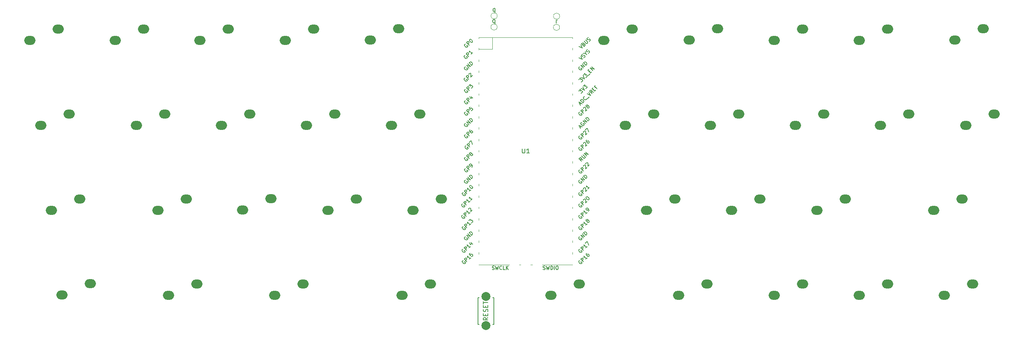
<source format=gbr>
%TF.GenerationSoftware,KiCad,Pcbnew,(6.0.2)*%
%TF.CreationDate,2022-03-06T15:17:29+09:00*%
%TF.ProjectId,presplit_39key,70726573-706c-4697-945f-33396b65792e,rev?*%
%TF.SameCoordinates,Original*%
%TF.FileFunction,Legend,Top*%
%TF.FilePolarity,Positive*%
%FSLAX46Y46*%
G04 Gerber Fmt 4.6, Leading zero omitted, Abs format (unit mm)*
G04 Created by KiCad (PCBNEW (6.0.2)) date 2022-03-06 15:17:29*
%MOMM*%
%LPD*%
G01*
G04 APERTURE LIST*
%ADD10C,0.150000*%
%ADD11C,0.120000*%
%ADD12O,2.500000X2.000000*%
%ADD13C,2.000000*%
G04 APERTURE END LIST*
D10*
%TO.C,*%
%TO.C,U1*%
X139548095Y-53542380D02*
X139548095Y-54351904D01*
X139595714Y-54447142D01*
X139643333Y-54494761D01*
X139738571Y-54542380D01*
X139929047Y-54542380D01*
X140024285Y-54494761D01*
X140071904Y-54447142D01*
X140119523Y-54351904D01*
X140119523Y-53542380D01*
X141119523Y-54542380D02*
X140548095Y-54542380D01*
X140833809Y-54542380D02*
X140833809Y-53542380D01*
X140738571Y-53685238D01*
X140643333Y-53780476D01*
X140548095Y-53828095D01*
X126153722Y-68450592D02*
X126072910Y-68477529D01*
X125992097Y-68558341D01*
X125938223Y-68666091D01*
X125938223Y-68773841D01*
X125965160Y-68854653D01*
X126045972Y-68989340D01*
X126126784Y-69070152D01*
X126261471Y-69150964D01*
X126342284Y-69177902D01*
X126450033Y-69177902D01*
X126557783Y-69124027D01*
X126611658Y-69070152D01*
X126665532Y-68962402D01*
X126665532Y-68908528D01*
X126476971Y-68719966D01*
X126369221Y-68827715D01*
X126961844Y-68719966D02*
X126396158Y-68154280D01*
X126611658Y-67938781D01*
X126692470Y-67911844D01*
X126746345Y-67911844D01*
X126827157Y-67938781D01*
X126907969Y-68019593D01*
X126934906Y-68100406D01*
X126934906Y-68154280D01*
X126907969Y-68235093D01*
X126692470Y-68450592D01*
X127823841Y-67857969D02*
X127500592Y-68181218D01*
X127662216Y-68019593D02*
X127096531Y-67453908D01*
X127123468Y-67588595D01*
X127123468Y-67696345D01*
X127096531Y-67777157D01*
X127527529Y-67130659D02*
X127527529Y-67076784D01*
X127554467Y-66995972D01*
X127689154Y-66861285D01*
X127769966Y-66834348D01*
X127823841Y-66834348D01*
X127904653Y-66861285D01*
X127958528Y-66915160D01*
X128012402Y-67022910D01*
X128012402Y-67669407D01*
X128362589Y-67319221D01*
X152199847Y-40580592D02*
X152550033Y-40230406D01*
X152576971Y-40634467D01*
X152657783Y-40553654D01*
X152738595Y-40526717D01*
X152792470Y-40526717D01*
X152873282Y-40553654D01*
X153007969Y-40688341D01*
X153034906Y-40769154D01*
X153034906Y-40823028D01*
X153007969Y-40903841D01*
X152846345Y-41065465D01*
X152765532Y-41092402D01*
X152711658Y-41092402D01*
X152711658Y-40068781D02*
X153465905Y-40445905D01*
X153088781Y-39691658D01*
X153223468Y-39556971D02*
X153573654Y-39206784D01*
X153600592Y-39610845D01*
X153681404Y-39530033D01*
X153762216Y-39503096D01*
X153816091Y-39503096D01*
X153896903Y-39530033D01*
X154031590Y-39664720D01*
X154058528Y-39745532D01*
X154058528Y-39799407D01*
X154031590Y-39880219D01*
X153869966Y-40041844D01*
X153789154Y-40068781D01*
X153735279Y-40068781D01*
X126153722Y-65910592D02*
X126072910Y-65937529D01*
X125992097Y-66018341D01*
X125938223Y-66126091D01*
X125938223Y-66233841D01*
X125965160Y-66314653D01*
X126045972Y-66449340D01*
X126126784Y-66530152D01*
X126261471Y-66610964D01*
X126342284Y-66637902D01*
X126450033Y-66637902D01*
X126557783Y-66584027D01*
X126611658Y-66530152D01*
X126665532Y-66422402D01*
X126665532Y-66368528D01*
X126476971Y-66179966D01*
X126369221Y-66287715D01*
X126961844Y-66179966D02*
X126396158Y-65614280D01*
X126611658Y-65398781D01*
X126692470Y-65371844D01*
X126746345Y-65371844D01*
X126827157Y-65398781D01*
X126907969Y-65479593D01*
X126934906Y-65560406D01*
X126934906Y-65614280D01*
X126907969Y-65695093D01*
X126692470Y-65910592D01*
X127823841Y-65317969D02*
X127500592Y-65641218D01*
X127662216Y-65479593D02*
X127096531Y-64913908D01*
X127123468Y-65048595D01*
X127123468Y-65156345D01*
X127096531Y-65237157D01*
X128362589Y-64779221D02*
X128039340Y-65102470D01*
X128200964Y-64940845D02*
X127635279Y-64375160D01*
X127662216Y-64509847D01*
X127662216Y-64617597D01*
X127635279Y-64698409D01*
X152407722Y-63380592D02*
X152326910Y-63407529D01*
X152246097Y-63488341D01*
X152192223Y-63596091D01*
X152192223Y-63703841D01*
X152219160Y-63784653D01*
X152299972Y-63919340D01*
X152380784Y-64000152D01*
X152515471Y-64080964D01*
X152596284Y-64107902D01*
X152704033Y-64107902D01*
X152811783Y-64054027D01*
X152865658Y-64000152D01*
X152919532Y-63892402D01*
X152919532Y-63838528D01*
X152730971Y-63649966D01*
X152623221Y-63757715D01*
X153215844Y-63649966D02*
X152650158Y-63084280D01*
X152865658Y-62868781D01*
X152946470Y-62841844D01*
X153000345Y-62841844D01*
X153081157Y-62868781D01*
X153161969Y-62949593D01*
X153188906Y-63030406D01*
X153188906Y-63084280D01*
X153161969Y-63165093D01*
X152946470Y-63380592D01*
X153242781Y-62599407D02*
X153242781Y-62545532D01*
X153269719Y-62464720D01*
X153404406Y-62330033D01*
X153485218Y-62303096D01*
X153539093Y-62303096D01*
X153619905Y-62330033D01*
X153673780Y-62383908D01*
X153727654Y-62491658D01*
X153727654Y-63138155D01*
X154077841Y-62787969D01*
X154616589Y-62249221D02*
X154293340Y-62572470D01*
X154454964Y-62410845D02*
X153889279Y-61845160D01*
X153916216Y-61979847D01*
X153916216Y-62087597D01*
X153889279Y-62168409D01*
X126823096Y-50401218D02*
X126742284Y-50428155D01*
X126661471Y-50508967D01*
X126607597Y-50616717D01*
X126607597Y-50724467D01*
X126634534Y-50805279D01*
X126715346Y-50939966D01*
X126796158Y-51020778D01*
X126930845Y-51101590D01*
X127011658Y-51128528D01*
X127119407Y-51128528D01*
X127227157Y-51074653D01*
X127281032Y-51020778D01*
X127334906Y-50913028D01*
X127334906Y-50859154D01*
X127146345Y-50670592D01*
X127038595Y-50778341D01*
X127631218Y-50670592D02*
X127065532Y-50104906D01*
X127281032Y-49889407D01*
X127361844Y-49862470D01*
X127415719Y-49862470D01*
X127496531Y-49889407D01*
X127577343Y-49970219D01*
X127604280Y-50051032D01*
X127604280Y-50104906D01*
X127577343Y-50185719D01*
X127361844Y-50401218D01*
X127873654Y-49296784D02*
X127765905Y-49404534D01*
X127738967Y-49485346D01*
X127738967Y-49539221D01*
X127765905Y-49673908D01*
X127846717Y-49808595D01*
X128062216Y-50024094D01*
X128143028Y-50051032D01*
X128196903Y-50051032D01*
X128277715Y-50024094D01*
X128385465Y-49916345D01*
X128412402Y-49835532D01*
X128412402Y-49781658D01*
X128385465Y-49700845D01*
X128250778Y-49566158D01*
X128169966Y-49539221D01*
X128116091Y-49539221D01*
X128035279Y-49566158D01*
X127927529Y-49673908D01*
X127900592Y-49754720D01*
X127900592Y-49808595D01*
X127927529Y-49889407D01*
X126823096Y-55481218D02*
X126742284Y-55508155D01*
X126661471Y-55588967D01*
X126607597Y-55696717D01*
X126607597Y-55804467D01*
X126634534Y-55885279D01*
X126715346Y-56019966D01*
X126796158Y-56100778D01*
X126930845Y-56181590D01*
X127011658Y-56208528D01*
X127119407Y-56208528D01*
X127227157Y-56154653D01*
X127281032Y-56100778D01*
X127334906Y-55993028D01*
X127334906Y-55939154D01*
X127146345Y-55750592D01*
X127038595Y-55858341D01*
X127631218Y-55750592D02*
X127065532Y-55184906D01*
X127281032Y-54969407D01*
X127361844Y-54942470D01*
X127415719Y-54942470D01*
X127496531Y-54969407D01*
X127577343Y-55050219D01*
X127604280Y-55131032D01*
X127604280Y-55184906D01*
X127577343Y-55265719D01*
X127361844Y-55481218D01*
X127954467Y-54780845D02*
X127873654Y-54807783D01*
X127819780Y-54807783D01*
X127738967Y-54780845D01*
X127712030Y-54753908D01*
X127685093Y-54673096D01*
X127685093Y-54619221D01*
X127712030Y-54538409D01*
X127819780Y-54430659D01*
X127900592Y-54403722D01*
X127954467Y-54403722D01*
X128035279Y-54430659D01*
X128062216Y-54457597D01*
X128089154Y-54538409D01*
X128089154Y-54592284D01*
X128062216Y-54673096D01*
X127954467Y-54780845D01*
X127927529Y-54861658D01*
X127927529Y-54915532D01*
X127954467Y-54996345D01*
X128062216Y-55104094D01*
X128143028Y-55131032D01*
X128196903Y-55131032D01*
X128277715Y-55104094D01*
X128385465Y-54996345D01*
X128412402Y-54915532D01*
X128412402Y-54861658D01*
X128385465Y-54780845D01*
X128277715Y-54673096D01*
X128196903Y-54646158D01*
X128143028Y-54646158D01*
X128062216Y-54673096D01*
X144214761Y-80613809D02*
X144329047Y-80651904D01*
X144519523Y-80651904D01*
X144595714Y-80613809D01*
X144633809Y-80575714D01*
X144671904Y-80499523D01*
X144671904Y-80423333D01*
X144633809Y-80347142D01*
X144595714Y-80309047D01*
X144519523Y-80270952D01*
X144367142Y-80232857D01*
X144290952Y-80194761D01*
X144252857Y-80156666D01*
X144214761Y-80080476D01*
X144214761Y-80004285D01*
X144252857Y-79928095D01*
X144290952Y-79890000D01*
X144367142Y-79851904D01*
X144557619Y-79851904D01*
X144671904Y-79890000D01*
X144938571Y-79851904D02*
X145129047Y-80651904D01*
X145281428Y-80080476D01*
X145433809Y-80651904D01*
X145624285Y-79851904D01*
X145929047Y-80651904D02*
X145929047Y-79851904D01*
X146119523Y-79851904D01*
X146233809Y-79890000D01*
X146310000Y-79966190D01*
X146348095Y-80042380D01*
X146386190Y-80194761D01*
X146386190Y-80309047D01*
X146348095Y-80461428D01*
X146310000Y-80537619D01*
X146233809Y-80613809D01*
X146119523Y-80651904D01*
X145929047Y-80651904D01*
X146729047Y-80651904D02*
X146729047Y-79851904D01*
X147262380Y-79851904D02*
X147414761Y-79851904D01*
X147490952Y-79890000D01*
X147567142Y-79966190D01*
X147605238Y-80118571D01*
X147605238Y-80385238D01*
X147567142Y-80537619D01*
X147490952Y-80613809D01*
X147414761Y-80651904D01*
X147262380Y-80651904D01*
X147186190Y-80613809D01*
X147110000Y-80537619D01*
X147071904Y-80385238D01*
X147071904Y-80118571D01*
X147110000Y-79966190D01*
X147186190Y-79890000D01*
X147262380Y-79851904D01*
X126723096Y-32611218D02*
X126642284Y-32638155D01*
X126561471Y-32718967D01*
X126507597Y-32826717D01*
X126507597Y-32934467D01*
X126534534Y-33015279D01*
X126615346Y-33149966D01*
X126696158Y-33230778D01*
X126830845Y-33311590D01*
X126911658Y-33338528D01*
X127019407Y-33338528D01*
X127127157Y-33284653D01*
X127181032Y-33230778D01*
X127234906Y-33123028D01*
X127234906Y-33069154D01*
X127046345Y-32880592D01*
X126938595Y-32988341D01*
X127531218Y-32880592D02*
X126965532Y-32314906D01*
X127181032Y-32099407D01*
X127261844Y-32072470D01*
X127315719Y-32072470D01*
X127396531Y-32099407D01*
X127477343Y-32180219D01*
X127504280Y-32261032D01*
X127504280Y-32314906D01*
X127477343Y-32395719D01*
X127261844Y-32611218D01*
X128393215Y-32018595D02*
X128069966Y-32341844D01*
X128231590Y-32180219D02*
X127665905Y-31614534D01*
X127692842Y-31749221D01*
X127692842Y-31856971D01*
X127665905Y-31937783D01*
X126299722Y-70990592D02*
X126218910Y-71017529D01*
X126138097Y-71098341D01*
X126084223Y-71206091D01*
X126084223Y-71313841D01*
X126111160Y-71394653D01*
X126191972Y-71529340D01*
X126272784Y-71610152D01*
X126407471Y-71690964D01*
X126488284Y-71717902D01*
X126596033Y-71717902D01*
X126703783Y-71664027D01*
X126757658Y-71610152D01*
X126811532Y-71502402D01*
X126811532Y-71448528D01*
X126622971Y-71259966D01*
X126515221Y-71367715D01*
X127107844Y-71259966D02*
X126542158Y-70694280D01*
X126757658Y-70478781D01*
X126838470Y-70451844D01*
X126892345Y-70451844D01*
X126973157Y-70478781D01*
X127053969Y-70559593D01*
X127080906Y-70640406D01*
X127080906Y-70694280D01*
X127053969Y-70775093D01*
X126838470Y-70990592D01*
X127969841Y-70397969D02*
X127646592Y-70721218D01*
X127808216Y-70559593D02*
X127242531Y-69993908D01*
X127269468Y-70128595D01*
X127269468Y-70236345D01*
X127242531Y-70317157D01*
X127592717Y-69643722D02*
X127942903Y-69293536D01*
X127969841Y-69697597D01*
X128050653Y-69616784D01*
X128131465Y-69589847D01*
X128185340Y-69589847D01*
X128266152Y-69616784D01*
X128400839Y-69751471D01*
X128427776Y-69832284D01*
X128427776Y-69886158D01*
X128400839Y-69966971D01*
X128239215Y-70128595D01*
X128158402Y-70155532D01*
X128104528Y-70155532D01*
X126796158Y-47888155D02*
X126715346Y-47915093D01*
X126634534Y-47995905D01*
X126580659Y-48103654D01*
X126580659Y-48211404D01*
X126607597Y-48292216D01*
X126688409Y-48426903D01*
X126769221Y-48507715D01*
X126903908Y-48588528D01*
X126984720Y-48615465D01*
X127092470Y-48615465D01*
X127200219Y-48561590D01*
X127254094Y-48507715D01*
X127307969Y-48399966D01*
X127307969Y-48346091D01*
X127119407Y-48157529D01*
X127011658Y-48265279D01*
X127604280Y-48157529D02*
X127038595Y-47591844D01*
X127927529Y-47834280D01*
X127361844Y-47268595D01*
X128196903Y-47564906D02*
X127631218Y-46999221D01*
X127765905Y-46864534D01*
X127873654Y-46810659D01*
X127981404Y-46810659D01*
X128062216Y-46837597D01*
X128196903Y-46918409D01*
X128277715Y-46999221D01*
X128358528Y-47133908D01*
X128385465Y-47214720D01*
X128385465Y-47322470D01*
X128331590Y-47430219D01*
X128196903Y-47564906D01*
X126823096Y-58021218D02*
X126742284Y-58048155D01*
X126661471Y-58128967D01*
X126607597Y-58236717D01*
X126607597Y-58344467D01*
X126634534Y-58425279D01*
X126715346Y-58559966D01*
X126796158Y-58640778D01*
X126930845Y-58721590D01*
X127011658Y-58748528D01*
X127119407Y-58748528D01*
X127227157Y-58694653D01*
X127281032Y-58640778D01*
X127334906Y-58533028D01*
X127334906Y-58479154D01*
X127146345Y-58290592D01*
X127038595Y-58398341D01*
X127631218Y-58290592D02*
X127065532Y-57724906D01*
X127281032Y-57509407D01*
X127361844Y-57482470D01*
X127415719Y-57482470D01*
X127496531Y-57509407D01*
X127577343Y-57590219D01*
X127604280Y-57671032D01*
X127604280Y-57724906D01*
X127577343Y-57805719D01*
X127361844Y-58021218D01*
X128223841Y-57697969D02*
X128331590Y-57590219D01*
X128358528Y-57509407D01*
X128358528Y-57455532D01*
X128331590Y-57320845D01*
X128250778Y-57186158D01*
X128035279Y-56970659D01*
X127954467Y-56943722D01*
X127900592Y-56943722D01*
X127819780Y-56970659D01*
X127712030Y-57078409D01*
X127685093Y-57159221D01*
X127685093Y-57213096D01*
X127712030Y-57293908D01*
X127846717Y-57428595D01*
X127927529Y-57455532D01*
X127981404Y-57455532D01*
X128062216Y-57428595D01*
X128169966Y-57320845D01*
X128196903Y-57240033D01*
X128196903Y-57186158D01*
X128169966Y-57105346D01*
X152396158Y-73288155D02*
X152315346Y-73315093D01*
X152234534Y-73395905D01*
X152180659Y-73503654D01*
X152180659Y-73611404D01*
X152207597Y-73692216D01*
X152288409Y-73826903D01*
X152369221Y-73907715D01*
X152503908Y-73988528D01*
X152584720Y-74015465D01*
X152692470Y-74015465D01*
X152800219Y-73961590D01*
X152854094Y-73907715D01*
X152907969Y-73799966D01*
X152907969Y-73746091D01*
X152719407Y-73557529D01*
X152611658Y-73665279D01*
X153204280Y-73557529D02*
X152638595Y-72991844D01*
X153527529Y-73234280D01*
X152961844Y-72668595D01*
X153796903Y-72964906D02*
X153231218Y-72399221D01*
X153365905Y-72264534D01*
X153473654Y-72210659D01*
X153581404Y-72210659D01*
X153662216Y-72237597D01*
X153796903Y-72318409D01*
X153877715Y-72399221D01*
X153958528Y-72533908D01*
X153985465Y-72614720D01*
X153985465Y-72722470D01*
X153931590Y-72830219D01*
X153796903Y-72964906D01*
X126723096Y-37701218D02*
X126642284Y-37728155D01*
X126561471Y-37808967D01*
X126507597Y-37916717D01*
X126507597Y-38024467D01*
X126534534Y-38105279D01*
X126615346Y-38239966D01*
X126696158Y-38320778D01*
X126830845Y-38401590D01*
X126911658Y-38428528D01*
X127019407Y-38428528D01*
X127127157Y-38374653D01*
X127181032Y-38320778D01*
X127234906Y-38213028D01*
X127234906Y-38159154D01*
X127046345Y-37970592D01*
X126938595Y-38078341D01*
X127531218Y-37970592D02*
X126965532Y-37404906D01*
X127181032Y-37189407D01*
X127261844Y-37162470D01*
X127315719Y-37162470D01*
X127396531Y-37189407D01*
X127477343Y-37270219D01*
X127504280Y-37351032D01*
X127504280Y-37404906D01*
X127477343Y-37485719D01*
X127261844Y-37701218D01*
X127558155Y-36920033D02*
X127558155Y-36866158D01*
X127585093Y-36785346D01*
X127719780Y-36650659D01*
X127800592Y-36623722D01*
X127854467Y-36623722D01*
X127935279Y-36650659D01*
X127989154Y-36704534D01*
X128043028Y-36812284D01*
X128043028Y-37458781D01*
X128393215Y-37108595D01*
X126299722Y-63370592D02*
X126218910Y-63397529D01*
X126138097Y-63478341D01*
X126084223Y-63586091D01*
X126084223Y-63693841D01*
X126111160Y-63774653D01*
X126191972Y-63909340D01*
X126272784Y-63990152D01*
X126407471Y-64070964D01*
X126488284Y-64097902D01*
X126596033Y-64097902D01*
X126703783Y-64044027D01*
X126757658Y-63990152D01*
X126811532Y-63882402D01*
X126811532Y-63828528D01*
X126622971Y-63639966D01*
X126515221Y-63747715D01*
X127107844Y-63639966D02*
X126542158Y-63074280D01*
X126757658Y-62858781D01*
X126838470Y-62831844D01*
X126892345Y-62831844D01*
X126973157Y-62858781D01*
X127053969Y-62939593D01*
X127080906Y-63020406D01*
X127080906Y-63074280D01*
X127053969Y-63155093D01*
X126838470Y-63370592D01*
X127969841Y-62777969D02*
X127646592Y-63101218D01*
X127808216Y-62939593D02*
X127242531Y-62373908D01*
X127269468Y-62508595D01*
X127269468Y-62616345D01*
X127242531Y-62697157D01*
X127754341Y-61862097D02*
X127808216Y-61808223D01*
X127889028Y-61781285D01*
X127942903Y-61781285D01*
X128023715Y-61808223D01*
X128158402Y-61889035D01*
X128293089Y-62023722D01*
X128373902Y-62158409D01*
X128400839Y-62239221D01*
X128400839Y-62293096D01*
X128373902Y-62373908D01*
X128320027Y-62427783D01*
X128239215Y-62454720D01*
X128185340Y-62454720D01*
X128104528Y-62427783D01*
X127969841Y-62346971D01*
X127835154Y-62212284D01*
X127754341Y-62077597D01*
X127727404Y-61996784D01*
X127727404Y-61942910D01*
X127754341Y-61862097D01*
X126923096Y-52911218D02*
X126842284Y-52938155D01*
X126761471Y-53018967D01*
X126707597Y-53126717D01*
X126707597Y-53234467D01*
X126734534Y-53315279D01*
X126815346Y-53449966D01*
X126896158Y-53530778D01*
X127030845Y-53611590D01*
X127111658Y-53638528D01*
X127219407Y-53638528D01*
X127327157Y-53584653D01*
X127381032Y-53530778D01*
X127434906Y-53423028D01*
X127434906Y-53369154D01*
X127246345Y-53180592D01*
X127138595Y-53288341D01*
X127731218Y-53180592D02*
X127165532Y-52614906D01*
X127381032Y-52399407D01*
X127461844Y-52372470D01*
X127515719Y-52372470D01*
X127596531Y-52399407D01*
X127677343Y-52480219D01*
X127704280Y-52561032D01*
X127704280Y-52614906D01*
X127677343Y-52695719D01*
X127461844Y-52911218D01*
X127677343Y-52103096D02*
X128054467Y-51725972D01*
X128377715Y-52534094D01*
X152407722Y-58290592D02*
X152326910Y-58317529D01*
X152246097Y-58398341D01*
X152192223Y-58506091D01*
X152192223Y-58613841D01*
X152219160Y-58694653D01*
X152299972Y-58829340D01*
X152380784Y-58910152D01*
X152515471Y-58990964D01*
X152596284Y-59017902D01*
X152704033Y-59017902D01*
X152811783Y-58964027D01*
X152865658Y-58910152D01*
X152919532Y-58802402D01*
X152919532Y-58748528D01*
X152730971Y-58559966D01*
X152623221Y-58667715D01*
X153215844Y-58559966D02*
X152650158Y-57994280D01*
X152865658Y-57778781D01*
X152946470Y-57751844D01*
X153000345Y-57751844D01*
X153081157Y-57778781D01*
X153161969Y-57859593D01*
X153188906Y-57940406D01*
X153188906Y-57994280D01*
X153161969Y-58075093D01*
X152946470Y-58290592D01*
X153242781Y-57509407D02*
X153242781Y-57455532D01*
X153269719Y-57374720D01*
X153404406Y-57240033D01*
X153485218Y-57213096D01*
X153539093Y-57213096D01*
X153619905Y-57240033D01*
X153673780Y-57293908D01*
X153727654Y-57401658D01*
X153727654Y-58048155D01*
X154077841Y-57697969D01*
X153781529Y-56970659D02*
X153781529Y-56916784D01*
X153808467Y-56835972D01*
X153943154Y-56701285D01*
X154023966Y-56674348D01*
X154077841Y-56674348D01*
X154158653Y-56701285D01*
X154212528Y-56755160D01*
X154266402Y-56862910D01*
X154266402Y-57509407D01*
X154616589Y-57159221D01*
X152396158Y-60588155D02*
X152315346Y-60615093D01*
X152234534Y-60695905D01*
X152180659Y-60803654D01*
X152180659Y-60911404D01*
X152207597Y-60992216D01*
X152288409Y-61126903D01*
X152369221Y-61207715D01*
X152503908Y-61288528D01*
X152584720Y-61315465D01*
X152692470Y-61315465D01*
X152800219Y-61261590D01*
X152854094Y-61207715D01*
X152907969Y-61099966D01*
X152907969Y-61046091D01*
X152719407Y-60857529D01*
X152611658Y-60965279D01*
X153204280Y-60857529D02*
X152638595Y-60291844D01*
X153527529Y-60534280D01*
X152961844Y-59968595D01*
X153796903Y-60264906D02*
X153231218Y-59699221D01*
X153365905Y-59564534D01*
X153473654Y-59510659D01*
X153581404Y-59510659D01*
X153662216Y-59537597D01*
X153796903Y-59618409D01*
X153877715Y-59699221D01*
X153958528Y-59833908D01*
X153985465Y-59914720D01*
X153985465Y-60022470D01*
X153931590Y-60130219D01*
X153796903Y-60264906D01*
X126253722Y-76070592D02*
X126172910Y-76097529D01*
X126092097Y-76178341D01*
X126038223Y-76286091D01*
X126038223Y-76393841D01*
X126065160Y-76474653D01*
X126145972Y-76609340D01*
X126226784Y-76690152D01*
X126361471Y-76770964D01*
X126442284Y-76797902D01*
X126550033Y-76797902D01*
X126657783Y-76744027D01*
X126711658Y-76690152D01*
X126765532Y-76582402D01*
X126765532Y-76528528D01*
X126576971Y-76339966D01*
X126469221Y-76447715D01*
X127061844Y-76339966D02*
X126496158Y-75774280D01*
X126711658Y-75558781D01*
X126792470Y-75531844D01*
X126846345Y-75531844D01*
X126927157Y-75558781D01*
X127007969Y-75639593D01*
X127034906Y-75720406D01*
X127034906Y-75774280D01*
X127007969Y-75855093D01*
X126792470Y-76070592D01*
X127923841Y-75477969D02*
X127600592Y-75801218D01*
X127762216Y-75639593D02*
X127196531Y-75073908D01*
X127223468Y-75208595D01*
X127223468Y-75316345D01*
X127196531Y-75397157D01*
X128031590Y-74615972D02*
X128408714Y-74993096D01*
X127681404Y-74535160D02*
X127950778Y-75073908D01*
X128300964Y-74723722D01*
X126796158Y-60588155D02*
X126715346Y-60615093D01*
X126634534Y-60695905D01*
X126580659Y-60803654D01*
X126580659Y-60911404D01*
X126607597Y-60992216D01*
X126688409Y-61126903D01*
X126769221Y-61207715D01*
X126903908Y-61288528D01*
X126984720Y-61315465D01*
X127092470Y-61315465D01*
X127200219Y-61261590D01*
X127254094Y-61207715D01*
X127307969Y-61099966D01*
X127307969Y-61046091D01*
X127119407Y-60857529D01*
X127011658Y-60965279D01*
X127604280Y-60857529D02*
X127038595Y-60291844D01*
X127927529Y-60534280D01*
X127361844Y-59968595D01*
X128196903Y-60264906D02*
X127631218Y-59699221D01*
X127765905Y-59564534D01*
X127873654Y-59510659D01*
X127981404Y-59510659D01*
X128062216Y-59537597D01*
X128196903Y-59618409D01*
X128277715Y-59699221D01*
X128358528Y-59833908D01*
X128385465Y-59914720D01*
X128385465Y-60022470D01*
X128331590Y-60130219D01*
X128196903Y-60264906D01*
X126796158Y-35188155D02*
X126715346Y-35215093D01*
X126634534Y-35295905D01*
X126580659Y-35403654D01*
X126580659Y-35511404D01*
X126607597Y-35592216D01*
X126688409Y-35726903D01*
X126769221Y-35807715D01*
X126903908Y-35888528D01*
X126984720Y-35915465D01*
X127092470Y-35915465D01*
X127200219Y-35861590D01*
X127254094Y-35807715D01*
X127307969Y-35699966D01*
X127307969Y-35646091D01*
X127119407Y-35457529D01*
X127011658Y-35565279D01*
X127604280Y-35457529D02*
X127038595Y-34891844D01*
X127927529Y-35134280D01*
X127361844Y-34568595D01*
X128196903Y-34864906D02*
X127631218Y-34299221D01*
X127765905Y-34164534D01*
X127873654Y-34110659D01*
X127981404Y-34110659D01*
X128062216Y-34137597D01*
X128196903Y-34218409D01*
X128277715Y-34299221D01*
X128358528Y-34433908D01*
X128385465Y-34514720D01*
X128385465Y-34622470D01*
X128331590Y-34730219D01*
X128196903Y-34864906D01*
X152407722Y-65910592D02*
X152326910Y-65937529D01*
X152246097Y-66018341D01*
X152192223Y-66126091D01*
X152192223Y-66233841D01*
X152219160Y-66314653D01*
X152299972Y-66449340D01*
X152380784Y-66530152D01*
X152515471Y-66610964D01*
X152596284Y-66637902D01*
X152704033Y-66637902D01*
X152811783Y-66584027D01*
X152865658Y-66530152D01*
X152919532Y-66422402D01*
X152919532Y-66368528D01*
X152730971Y-66179966D01*
X152623221Y-66287715D01*
X153215844Y-66179966D02*
X152650158Y-65614280D01*
X152865658Y-65398781D01*
X152946470Y-65371844D01*
X153000345Y-65371844D01*
X153081157Y-65398781D01*
X153161969Y-65479593D01*
X153188906Y-65560406D01*
X153188906Y-65614280D01*
X153161969Y-65695093D01*
X152946470Y-65910592D01*
X153242781Y-65129407D02*
X153242781Y-65075532D01*
X153269719Y-64994720D01*
X153404406Y-64860033D01*
X153485218Y-64833096D01*
X153539093Y-64833096D01*
X153619905Y-64860033D01*
X153673780Y-64913908D01*
X153727654Y-65021658D01*
X153727654Y-65668155D01*
X154077841Y-65317969D01*
X153862341Y-64402097D02*
X153916216Y-64348223D01*
X153997028Y-64321285D01*
X154050903Y-64321285D01*
X154131715Y-64348223D01*
X154266402Y-64429035D01*
X154401089Y-64563722D01*
X154481902Y-64698409D01*
X154508839Y-64779221D01*
X154508839Y-64833096D01*
X154481902Y-64913908D01*
X154428027Y-64967783D01*
X154347215Y-64994720D01*
X154293340Y-64994720D01*
X154212528Y-64967783D01*
X154077841Y-64886971D01*
X153943154Y-64752284D01*
X153862341Y-64617597D01*
X153835404Y-64536784D01*
X153835404Y-64482910D01*
X153862341Y-64402097D01*
X152461597Y-48830964D02*
X152730971Y-48561590D01*
X152569346Y-49046463D02*
X152192223Y-48292216D01*
X152946470Y-48669340D01*
X152892595Y-47645719D02*
X152811783Y-47672656D01*
X152730971Y-47753468D01*
X152677096Y-47861218D01*
X152677096Y-47968967D01*
X152704033Y-48049780D01*
X152784845Y-48184467D01*
X152865658Y-48265279D01*
X153000345Y-48346091D01*
X153081157Y-48373028D01*
X153188906Y-48373028D01*
X153296656Y-48319154D01*
X153350531Y-48265279D01*
X153404406Y-48157529D01*
X153404406Y-48103654D01*
X153215844Y-47915093D01*
X153108094Y-48022842D01*
X153700717Y-47915093D02*
X153135032Y-47349407D01*
X154023966Y-47591844D01*
X153458280Y-47026158D01*
X154293340Y-47322470D02*
X153727654Y-46756784D01*
X153862341Y-46622097D01*
X153970091Y-46568223D01*
X154077841Y-46568223D01*
X154158653Y-46595160D01*
X154293340Y-46675972D01*
X154374152Y-46756784D01*
X154454964Y-46891471D01*
X154481902Y-46972284D01*
X154481902Y-47080033D01*
X154428027Y-47187783D01*
X154293340Y-47322470D01*
X152407722Y-78610592D02*
X152326910Y-78637529D01*
X152246097Y-78718341D01*
X152192223Y-78826091D01*
X152192223Y-78933841D01*
X152219160Y-79014653D01*
X152299972Y-79149340D01*
X152380784Y-79230152D01*
X152515471Y-79310964D01*
X152596284Y-79337902D01*
X152704033Y-79337902D01*
X152811783Y-79284027D01*
X152865658Y-79230152D01*
X152919532Y-79122402D01*
X152919532Y-79068528D01*
X152730971Y-78879966D01*
X152623221Y-78987715D01*
X153215844Y-78879966D02*
X152650158Y-78314280D01*
X152865658Y-78098781D01*
X152946470Y-78071844D01*
X153000345Y-78071844D01*
X153081157Y-78098781D01*
X153161969Y-78179593D01*
X153188906Y-78260406D01*
X153188906Y-78314280D01*
X153161969Y-78395093D01*
X152946470Y-78610592D01*
X154077841Y-78017969D02*
X153754592Y-78341218D01*
X153916216Y-78179593D02*
X153350531Y-77613908D01*
X153377468Y-77748595D01*
X153377468Y-77856345D01*
X153350531Y-77937157D01*
X153997028Y-76967410D02*
X153889279Y-77075160D01*
X153862341Y-77155972D01*
X153862341Y-77209847D01*
X153889279Y-77344534D01*
X153970091Y-77479221D01*
X154185590Y-77694720D01*
X154266402Y-77721658D01*
X154320277Y-77721658D01*
X154401089Y-77694720D01*
X154508839Y-77586971D01*
X154535776Y-77506158D01*
X154535776Y-77452284D01*
X154508839Y-77371471D01*
X154374152Y-77236784D01*
X154293340Y-77209847D01*
X154239465Y-77209847D01*
X154158653Y-77236784D01*
X154050903Y-77344534D01*
X154023966Y-77425346D01*
X154023966Y-77479221D01*
X154050903Y-77560033D01*
X126796158Y-73288155D02*
X126715346Y-73315093D01*
X126634534Y-73395905D01*
X126580659Y-73503654D01*
X126580659Y-73611404D01*
X126607597Y-73692216D01*
X126688409Y-73826903D01*
X126769221Y-73907715D01*
X126903908Y-73988528D01*
X126984720Y-74015465D01*
X127092470Y-74015465D01*
X127200219Y-73961590D01*
X127254094Y-73907715D01*
X127307969Y-73799966D01*
X127307969Y-73746091D01*
X127119407Y-73557529D01*
X127011658Y-73665279D01*
X127604280Y-73557529D02*
X127038595Y-72991844D01*
X127927529Y-73234280D01*
X127361844Y-72668595D01*
X128196903Y-72964906D02*
X127631218Y-72399221D01*
X127765905Y-72264534D01*
X127873654Y-72210659D01*
X127981404Y-72210659D01*
X128062216Y-72237597D01*
X128196903Y-72318409D01*
X128277715Y-72399221D01*
X128358528Y-72533908D01*
X128385465Y-72614720D01*
X128385465Y-72722470D01*
X128331590Y-72830219D01*
X128196903Y-72964906D01*
X152407722Y-68450592D02*
X152326910Y-68477529D01*
X152246097Y-68558341D01*
X152192223Y-68666091D01*
X152192223Y-68773841D01*
X152219160Y-68854653D01*
X152299972Y-68989340D01*
X152380784Y-69070152D01*
X152515471Y-69150964D01*
X152596284Y-69177902D01*
X152704033Y-69177902D01*
X152811783Y-69124027D01*
X152865658Y-69070152D01*
X152919532Y-68962402D01*
X152919532Y-68908528D01*
X152730971Y-68719966D01*
X152623221Y-68827715D01*
X153215844Y-68719966D02*
X152650158Y-68154280D01*
X152865658Y-67938781D01*
X152946470Y-67911844D01*
X153000345Y-67911844D01*
X153081157Y-67938781D01*
X153161969Y-68019593D01*
X153188906Y-68100406D01*
X153188906Y-68154280D01*
X153161969Y-68235093D01*
X152946470Y-68450592D01*
X154077841Y-67857969D02*
X153754592Y-68181218D01*
X153916216Y-68019593D02*
X153350531Y-67453908D01*
X153377468Y-67588595D01*
X153377468Y-67696345D01*
X153350531Y-67777157D01*
X154347215Y-67588595D02*
X154454964Y-67480845D01*
X154481902Y-67400033D01*
X154481902Y-67346158D01*
X154454964Y-67211471D01*
X154374152Y-67076784D01*
X154158653Y-66861285D01*
X154077841Y-66834348D01*
X154023966Y-66834348D01*
X153943154Y-66861285D01*
X153835404Y-66969035D01*
X153808467Y-67049847D01*
X153808467Y-67103722D01*
X153835404Y-67184534D01*
X153970091Y-67319221D01*
X154050903Y-67346158D01*
X154104778Y-67346158D01*
X154185590Y-67319221D01*
X154293340Y-67211471D01*
X154320277Y-67130659D01*
X154320277Y-67076784D01*
X154293340Y-66995972D01*
X132800476Y-80613809D02*
X132914761Y-80651904D01*
X133105238Y-80651904D01*
X133181428Y-80613809D01*
X133219523Y-80575714D01*
X133257619Y-80499523D01*
X133257619Y-80423333D01*
X133219523Y-80347142D01*
X133181428Y-80309047D01*
X133105238Y-80270952D01*
X132952857Y-80232857D01*
X132876666Y-80194761D01*
X132838571Y-80156666D01*
X132800476Y-80080476D01*
X132800476Y-80004285D01*
X132838571Y-79928095D01*
X132876666Y-79890000D01*
X132952857Y-79851904D01*
X133143333Y-79851904D01*
X133257619Y-79890000D01*
X133524285Y-79851904D02*
X133714761Y-80651904D01*
X133867142Y-80080476D01*
X134019523Y-80651904D01*
X134210000Y-79851904D01*
X134971904Y-80575714D02*
X134933809Y-80613809D01*
X134819523Y-80651904D01*
X134743333Y-80651904D01*
X134629047Y-80613809D01*
X134552857Y-80537619D01*
X134514761Y-80461428D01*
X134476666Y-80309047D01*
X134476666Y-80194761D01*
X134514761Y-80042380D01*
X134552857Y-79966190D01*
X134629047Y-79890000D01*
X134743333Y-79851904D01*
X134819523Y-79851904D01*
X134933809Y-79890000D01*
X134971904Y-79928095D01*
X135695714Y-80651904D02*
X135314761Y-80651904D01*
X135314761Y-79851904D01*
X135962380Y-80651904D02*
X135962380Y-79851904D01*
X136419523Y-80651904D02*
X136076666Y-80194761D01*
X136419523Y-79851904D02*
X135962380Y-80309047D01*
X126823096Y-45321218D02*
X126742284Y-45348155D01*
X126661471Y-45428967D01*
X126607597Y-45536717D01*
X126607597Y-45644467D01*
X126634534Y-45725279D01*
X126715346Y-45859966D01*
X126796158Y-45940778D01*
X126930845Y-46021590D01*
X127011658Y-46048528D01*
X127119407Y-46048528D01*
X127227157Y-45994653D01*
X127281032Y-45940778D01*
X127334906Y-45833028D01*
X127334906Y-45779154D01*
X127146345Y-45590592D01*
X127038595Y-45698341D01*
X127631218Y-45590592D02*
X127065532Y-45024906D01*
X127281032Y-44809407D01*
X127361844Y-44782470D01*
X127415719Y-44782470D01*
X127496531Y-44809407D01*
X127577343Y-44890219D01*
X127604280Y-44971032D01*
X127604280Y-45024906D01*
X127577343Y-45105719D01*
X127361844Y-45321218D01*
X127900592Y-44189847D02*
X127631218Y-44459221D01*
X127873654Y-44755532D01*
X127873654Y-44701658D01*
X127900592Y-44620845D01*
X128035279Y-44486158D01*
X128116091Y-44459221D01*
X128169966Y-44459221D01*
X128250778Y-44486158D01*
X128385465Y-44620845D01*
X128412402Y-44701658D01*
X128412402Y-44755532D01*
X128385465Y-44836345D01*
X128250778Y-44971032D01*
X128169966Y-44997969D01*
X128116091Y-44997969D01*
X153148375Y-56033435D02*
X152690439Y-55952622D01*
X152825126Y-56356683D02*
X152259441Y-55790998D01*
X152474940Y-55575499D01*
X152555752Y-55548561D01*
X152609627Y-55548561D01*
X152690439Y-55575499D01*
X152771251Y-55656311D01*
X152798189Y-55737123D01*
X152798189Y-55790998D01*
X152771251Y-55871810D01*
X152555752Y-56087309D01*
X152825126Y-55225312D02*
X153283062Y-55683248D01*
X153363874Y-55710186D01*
X153417749Y-55710186D01*
X153498561Y-55683248D01*
X153606311Y-55575499D01*
X153633248Y-55494687D01*
X153633248Y-55440812D01*
X153606311Y-55359999D01*
X153148375Y-54902064D01*
X153983435Y-55198375D02*
X153417749Y-54632690D01*
X154306683Y-54875126D01*
X153740998Y-54309441D01*
X152407722Y-50680592D02*
X152326910Y-50707529D01*
X152246097Y-50788341D01*
X152192223Y-50896091D01*
X152192223Y-51003841D01*
X152219160Y-51084653D01*
X152299972Y-51219340D01*
X152380784Y-51300152D01*
X152515471Y-51380964D01*
X152596284Y-51407902D01*
X152704033Y-51407902D01*
X152811783Y-51354027D01*
X152865658Y-51300152D01*
X152919532Y-51192402D01*
X152919532Y-51138528D01*
X152730971Y-50949966D01*
X152623221Y-51057715D01*
X153215844Y-50949966D02*
X152650158Y-50384280D01*
X152865658Y-50168781D01*
X152946470Y-50141844D01*
X153000345Y-50141844D01*
X153081157Y-50168781D01*
X153161969Y-50249593D01*
X153188906Y-50330406D01*
X153188906Y-50384280D01*
X153161969Y-50465093D01*
X152946470Y-50680592D01*
X153242781Y-49899407D02*
X153242781Y-49845532D01*
X153269719Y-49764720D01*
X153404406Y-49630033D01*
X153485218Y-49603096D01*
X153539093Y-49603096D01*
X153619905Y-49630033D01*
X153673780Y-49683908D01*
X153727654Y-49791658D01*
X153727654Y-50438155D01*
X154077841Y-50087969D01*
X153700717Y-49333722D02*
X154077841Y-48956598D01*
X154401089Y-49764720D01*
X152230473Y-33159966D02*
X152984720Y-33537089D01*
X152607597Y-32782842D01*
X153307969Y-33159966D02*
X153415719Y-33106091D01*
X153550406Y-32971404D01*
X153577343Y-32890592D01*
X153577343Y-32836717D01*
X153550406Y-32755905D01*
X153496531Y-32702030D01*
X153415719Y-32675093D01*
X153361844Y-32675093D01*
X153281032Y-32702030D01*
X153146345Y-32782842D01*
X153065532Y-32809780D01*
X153011658Y-32809780D01*
X152930845Y-32782842D01*
X152876971Y-32728967D01*
X152850033Y-32648155D01*
X152850033Y-32594280D01*
X152876971Y-32513468D01*
X153011658Y-32378781D01*
X153119407Y-32324906D01*
X153738967Y-32244094D02*
X154008341Y-32513468D01*
X153254094Y-32136345D02*
X153738967Y-32244094D01*
X153631218Y-31759221D01*
X154331590Y-32136345D02*
X154439340Y-32082470D01*
X154574027Y-31947783D01*
X154600964Y-31866971D01*
X154600964Y-31813096D01*
X154574027Y-31732284D01*
X154520152Y-31678409D01*
X154439340Y-31651471D01*
X154385465Y-31651471D01*
X154304653Y-31678409D01*
X154169966Y-31759221D01*
X154089154Y-31786158D01*
X154035279Y-31786158D01*
X153954467Y-31759221D01*
X153900592Y-31705346D01*
X153873654Y-31624534D01*
X153873654Y-31570659D01*
X153900592Y-31489847D01*
X154035279Y-31355160D01*
X154143028Y-31301285D01*
X126823096Y-30081218D02*
X126742284Y-30108155D01*
X126661471Y-30188967D01*
X126607597Y-30296717D01*
X126607597Y-30404467D01*
X126634534Y-30485279D01*
X126715346Y-30619966D01*
X126796158Y-30700778D01*
X126930845Y-30781590D01*
X127011658Y-30808528D01*
X127119407Y-30808528D01*
X127227157Y-30754653D01*
X127281032Y-30700778D01*
X127334906Y-30593028D01*
X127334906Y-30539154D01*
X127146345Y-30350592D01*
X127038595Y-30458341D01*
X127631218Y-30350592D02*
X127065532Y-29784906D01*
X127281032Y-29569407D01*
X127361844Y-29542470D01*
X127415719Y-29542470D01*
X127496531Y-29569407D01*
X127577343Y-29650219D01*
X127604280Y-29731032D01*
X127604280Y-29784906D01*
X127577343Y-29865719D01*
X127361844Y-30081218D01*
X127738967Y-29111471D02*
X127792842Y-29057597D01*
X127873654Y-29030659D01*
X127927529Y-29030659D01*
X128008341Y-29057597D01*
X128143028Y-29138409D01*
X128277715Y-29273096D01*
X128358528Y-29407783D01*
X128385465Y-29488595D01*
X128385465Y-29542470D01*
X128358528Y-29623282D01*
X128304653Y-29677157D01*
X128223841Y-29704094D01*
X128169966Y-29704094D01*
X128089154Y-29677157D01*
X127954467Y-29596345D01*
X127819780Y-29461658D01*
X127738967Y-29326971D01*
X127712030Y-29246158D01*
X127712030Y-29192284D01*
X127738967Y-29111471D01*
X152407722Y-53210592D02*
X152326910Y-53237529D01*
X152246097Y-53318341D01*
X152192223Y-53426091D01*
X152192223Y-53533841D01*
X152219160Y-53614653D01*
X152299972Y-53749340D01*
X152380784Y-53830152D01*
X152515471Y-53910964D01*
X152596284Y-53937902D01*
X152704033Y-53937902D01*
X152811783Y-53884027D01*
X152865658Y-53830152D01*
X152919532Y-53722402D01*
X152919532Y-53668528D01*
X152730971Y-53479966D01*
X152623221Y-53587715D01*
X153215844Y-53479966D02*
X152650158Y-52914280D01*
X152865658Y-52698781D01*
X152946470Y-52671844D01*
X153000345Y-52671844D01*
X153081157Y-52698781D01*
X153161969Y-52779593D01*
X153188906Y-52860406D01*
X153188906Y-52914280D01*
X153161969Y-52995093D01*
X152946470Y-53210592D01*
X153242781Y-52429407D02*
X153242781Y-52375532D01*
X153269719Y-52294720D01*
X153404406Y-52160033D01*
X153485218Y-52133096D01*
X153539093Y-52133096D01*
X153619905Y-52160033D01*
X153673780Y-52213908D01*
X153727654Y-52321658D01*
X153727654Y-52968155D01*
X154077841Y-52617969D01*
X153997028Y-51567410D02*
X153889279Y-51675160D01*
X153862341Y-51755972D01*
X153862341Y-51809847D01*
X153889279Y-51944534D01*
X153970091Y-52079221D01*
X154185590Y-52294720D01*
X154266402Y-52321658D01*
X154320277Y-52321658D01*
X154401089Y-52294720D01*
X154508839Y-52186971D01*
X154535776Y-52106158D01*
X154535776Y-52052284D01*
X154508839Y-51971471D01*
X154374152Y-51836784D01*
X154293340Y-51809847D01*
X154239465Y-51809847D01*
X154158653Y-51836784D01*
X154050903Y-51944534D01*
X154023966Y-52025346D01*
X154023966Y-52079221D01*
X154050903Y-52160033D01*
X152232131Y-38048308D02*
X152582317Y-37698122D01*
X152609255Y-38102183D01*
X152690067Y-38021370D01*
X152770879Y-37994433D01*
X152824754Y-37994433D01*
X152905566Y-38021370D01*
X153040253Y-38156057D01*
X153067190Y-38236870D01*
X153067190Y-38290744D01*
X153040253Y-38371557D01*
X152878629Y-38533181D01*
X152797816Y-38560118D01*
X152743942Y-38560118D01*
X152743942Y-37536497D02*
X153498189Y-37913621D01*
X153121065Y-37159374D01*
X153255752Y-37024687D02*
X153605938Y-36674500D01*
X153632876Y-37078561D01*
X153713688Y-36997749D01*
X153794500Y-36970812D01*
X153848375Y-36970812D01*
X153929187Y-36997749D01*
X154063874Y-37132436D01*
X154090812Y-37213248D01*
X154090812Y-37267123D01*
X154063874Y-37347935D01*
X153902250Y-37509560D01*
X153821438Y-37536497D01*
X153767563Y-37536497D01*
X154333248Y-37186311D02*
X154764247Y-36755312D01*
X154548748Y-36270439D02*
X154737309Y-36081877D01*
X155114433Y-36297377D02*
X154845059Y-36566751D01*
X154279374Y-36001065D01*
X154548748Y-35731691D01*
X155356870Y-36054940D02*
X154791184Y-35489255D01*
X155680118Y-35731691D01*
X155114433Y-35166006D01*
X152407722Y-45336592D02*
X152326910Y-45363529D01*
X152246097Y-45444341D01*
X152192223Y-45552091D01*
X152192223Y-45659841D01*
X152219160Y-45740653D01*
X152299972Y-45875340D01*
X152380784Y-45956152D01*
X152515471Y-46036964D01*
X152596284Y-46063902D01*
X152704033Y-46063902D01*
X152811783Y-46010027D01*
X152865658Y-45956152D01*
X152919532Y-45848402D01*
X152919532Y-45794528D01*
X152730971Y-45605966D01*
X152623221Y-45713715D01*
X153215844Y-45605966D02*
X152650158Y-45040280D01*
X152865658Y-44824781D01*
X152946470Y-44797844D01*
X153000345Y-44797844D01*
X153081157Y-44824781D01*
X153161969Y-44905593D01*
X153188906Y-44986406D01*
X153188906Y-45040280D01*
X153161969Y-45121093D01*
X152946470Y-45336592D01*
X153242781Y-44555407D02*
X153242781Y-44501532D01*
X153269719Y-44420720D01*
X153404406Y-44286033D01*
X153485218Y-44259096D01*
X153539093Y-44259096D01*
X153619905Y-44286033D01*
X153673780Y-44339908D01*
X153727654Y-44447658D01*
X153727654Y-45094155D01*
X154077841Y-44743969D01*
X154077841Y-44097471D02*
X153997028Y-44124409D01*
X153943154Y-44124409D01*
X153862341Y-44097471D01*
X153835404Y-44070534D01*
X153808467Y-43989722D01*
X153808467Y-43935847D01*
X153835404Y-43855035D01*
X153943154Y-43747285D01*
X154023966Y-43720348D01*
X154077841Y-43720348D01*
X154158653Y-43747285D01*
X154185590Y-43774223D01*
X154212528Y-43855035D01*
X154212528Y-43908910D01*
X154185590Y-43989722D01*
X154077841Y-44097471D01*
X154050903Y-44178284D01*
X154050903Y-44232158D01*
X154077841Y-44312971D01*
X154185590Y-44420720D01*
X154266402Y-44447658D01*
X154320277Y-44447658D01*
X154401089Y-44420720D01*
X154508839Y-44312971D01*
X154535776Y-44232158D01*
X154535776Y-44178284D01*
X154508839Y-44097471D01*
X154401089Y-43989722D01*
X154320277Y-43962784D01*
X154266402Y-43962784D01*
X154185590Y-43989722D01*
X126823096Y-40241218D02*
X126742284Y-40268155D01*
X126661471Y-40348967D01*
X126607597Y-40456717D01*
X126607597Y-40564467D01*
X126634534Y-40645279D01*
X126715346Y-40779966D01*
X126796158Y-40860778D01*
X126930845Y-40941590D01*
X127011658Y-40968528D01*
X127119407Y-40968528D01*
X127227157Y-40914653D01*
X127281032Y-40860778D01*
X127334906Y-40753028D01*
X127334906Y-40699154D01*
X127146345Y-40510592D01*
X127038595Y-40618341D01*
X127631218Y-40510592D02*
X127065532Y-39944906D01*
X127281032Y-39729407D01*
X127361844Y-39702470D01*
X127415719Y-39702470D01*
X127496531Y-39729407D01*
X127577343Y-39810219D01*
X127604280Y-39891032D01*
X127604280Y-39944906D01*
X127577343Y-40025719D01*
X127361844Y-40241218D01*
X127577343Y-39433096D02*
X127927529Y-39082910D01*
X127954467Y-39486971D01*
X128035279Y-39406158D01*
X128116091Y-39379221D01*
X128169966Y-39379221D01*
X128250778Y-39406158D01*
X128385465Y-39540845D01*
X128412402Y-39621658D01*
X128412402Y-39675532D01*
X128385465Y-39756345D01*
X128223841Y-39917969D01*
X128143028Y-39944906D01*
X128089154Y-39944906D01*
X126823096Y-42781218D02*
X126742284Y-42808155D01*
X126661471Y-42888967D01*
X126607597Y-42996717D01*
X126607597Y-43104467D01*
X126634534Y-43185279D01*
X126715346Y-43319966D01*
X126796158Y-43400778D01*
X126930845Y-43481590D01*
X127011658Y-43508528D01*
X127119407Y-43508528D01*
X127227157Y-43454653D01*
X127281032Y-43400778D01*
X127334906Y-43293028D01*
X127334906Y-43239154D01*
X127146345Y-43050592D01*
X127038595Y-43158341D01*
X127631218Y-43050592D02*
X127065532Y-42484906D01*
X127281032Y-42269407D01*
X127361844Y-42242470D01*
X127415719Y-42242470D01*
X127496531Y-42269407D01*
X127577343Y-42350219D01*
X127604280Y-42431032D01*
X127604280Y-42484906D01*
X127577343Y-42565719D01*
X127361844Y-42781218D01*
X128062216Y-41865346D02*
X128439340Y-42242470D01*
X127712030Y-41784534D02*
X127981404Y-42323282D01*
X128331590Y-41973096D01*
X152396158Y-35188155D02*
X152315346Y-35215093D01*
X152234534Y-35295905D01*
X152180659Y-35403654D01*
X152180659Y-35511404D01*
X152207597Y-35592216D01*
X152288409Y-35726903D01*
X152369221Y-35807715D01*
X152503908Y-35888528D01*
X152584720Y-35915465D01*
X152692470Y-35915465D01*
X152800219Y-35861590D01*
X152854094Y-35807715D01*
X152907969Y-35699966D01*
X152907969Y-35646091D01*
X152719407Y-35457529D01*
X152611658Y-35565279D01*
X153204280Y-35457529D02*
X152638595Y-34891844D01*
X153527529Y-35134280D01*
X152961844Y-34568595D01*
X153796903Y-34864906D02*
X153231218Y-34299221D01*
X153365905Y-34164534D01*
X153473654Y-34110659D01*
X153581404Y-34110659D01*
X153662216Y-34137597D01*
X153796903Y-34218409D01*
X153877715Y-34299221D01*
X153958528Y-34433908D01*
X153985465Y-34514720D01*
X153985465Y-34622470D01*
X153931590Y-34730219D01*
X153796903Y-34864906D01*
X126299722Y-78610592D02*
X126218910Y-78637529D01*
X126138097Y-78718341D01*
X126084223Y-78826091D01*
X126084223Y-78933841D01*
X126111160Y-79014653D01*
X126191972Y-79149340D01*
X126272784Y-79230152D01*
X126407471Y-79310964D01*
X126488284Y-79337902D01*
X126596033Y-79337902D01*
X126703783Y-79284027D01*
X126757658Y-79230152D01*
X126811532Y-79122402D01*
X126811532Y-79068528D01*
X126622971Y-78879966D01*
X126515221Y-78987715D01*
X127107844Y-78879966D02*
X126542158Y-78314280D01*
X126757658Y-78098781D01*
X126838470Y-78071844D01*
X126892345Y-78071844D01*
X126973157Y-78098781D01*
X127053969Y-78179593D01*
X127080906Y-78260406D01*
X127080906Y-78314280D01*
X127053969Y-78395093D01*
X126838470Y-78610592D01*
X127969841Y-78017969D02*
X127646592Y-78341218D01*
X127808216Y-78179593D02*
X127242531Y-77613908D01*
X127269468Y-77748595D01*
X127269468Y-77856345D01*
X127242531Y-77937157D01*
X127915966Y-76940473D02*
X127646592Y-77209847D01*
X127889028Y-77506158D01*
X127889028Y-77452284D01*
X127915966Y-77371471D01*
X128050653Y-77236784D01*
X128131465Y-77209847D01*
X128185340Y-77209847D01*
X128266152Y-77236784D01*
X128400839Y-77371471D01*
X128427776Y-77452284D01*
X128427776Y-77506158D01*
X128400839Y-77586971D01*
X128266152Y-77721658D01*
X128185340Y-77748595D01*
X128131465Y-77748595D01*
X152407722Y-76070592D02*
X152326910Y-76097529D01*
X152246097Y-76178341D01*
X152192223Y-76286091D01*
X152192223Y-76393841D01*
X152219160Y-76474653D01*
X152299972Y-76609340D01*
X152380784Y-76690152D01*
X152515471Y-76770964D01*
X152596284Y-76797902D01*
X152704033Y-76797902D01*
X152811783Y-76744027D01*
X152865658Y-76690152D01*
X152919532Y-76582402D01*
X152919532Y-76528528D01*
X152730971Y-76339966D01*
X152623221Y-76447715D01*
X153215844Y-76339966D02*
X152650158Y-75774280D01*
X152865658Y-75558781D01*
X152946470Y-75531844D01*
X153000345Y-75531844D01*
X153081157Y-75558781D01*
X153161969Y-75639593D01*
X153188906Y-75720406D01*
X153188906Y-75774280D01*
X153161969Y-75855093D01*
X152946470Y-76070592D01*
X154077841Y-75477969D02*
X153754592Y-75801218D01*
X153916216Y-75639593D02*
X153350531Y-75073908D01*
X153377468Y-75208595D01*
X153377468Y-75316345D01*
X153350531Y-75397157D01*
X153700717Y-74723722D02*
X154077841Y-74346598D01*
X154401089Y-75154720D01*
X152263129Y-30617309D02*
X153017377Y-30994433D01*
X152640253Y-30240186D01*
X153286751Y-30132436D02*
X153394500Y-30078561D01*
X153448375Y-30078561D01*
X153529187Y-30105499D01*
X153610000Y-30186311D01*
X153636937Y-30267123D01*
X153636937Y-30320998D01*
X153610000Y-30401810D01*
X153394500Y-30617309D01*
X152828815Y-30051624D01*
X153017377Y-29863062D01*
X153098189Y-29836125D01*
X153152064Y-29836125D01*
X153232876Y-29863062D01*
X153286751Y-29916937D01*
X153313688Y-29997749D01*
X153313688Y-30051624D01*
X153286751Y-30132436D01*
X153098189Y-30320998D01*
X153394500Y-29485938D02*
X153852436Y-29943874D01*
X153933248Y-29970812D01*
X153987123Y-29970812D01*
X154067935Y-29943874D01*
X154175685Y-29836125D01*
X154202622Y-29755312D01*
X154202622Y-29701438D01*
X154175685Y-29620625D01*
X153717749Y-29162690D01*
X154498934Y-29459001D02*
X154606683Y-29405126D01*
X154741370Y-29270439D01*
X154768308Y-29189627D01*
X154768308Y-29135752D01*
X154741370Y-29054940D01*
X154687496Y-29001065D01*
X154606683Y-28974128D01*
X154552809Y-28974128D01*
X154471996Y-29001065D01*
X154337309Y-29081877D01*
X154256497Y-29108815D01*
X154202622Y-29108815D01*
X154121810Y-29081877D01*
X154067935Y-29028003D01*
X154040998Y-28947190D01*
X154040998Y-28893316D01*
X154067935Y-28812503D01*
X154202622Y-28677816D01*
X154310372Y-28623942D01*
X152464788Y-43623773D02*
X152734162Y-43354399D01*
X152572537Y-43839272D02*
X152195414Y-43085025D01*
X152949661Y-43462149D01*
X153138223Y-43273587D02*
X152572537Y-42707902D01*
X152707224Y-42573215D01*
X152814974Y-42519340D01*
X152922723Y-42519340D01*
X153003536Y-42546277D01*
X153138223Y-42627089D01*
X153219035Y-42707902D01*
X153299847Y-42842589D01*
X153326784Y-42923401D01*
X153326784Y-43031150D01*
X153272910Y-43138900D01*
X153138223Y-43273587D01*
X153973282Y-42330778D02*
X153973282Y-42384653D01*
X153919407Y-42492402D01*
X153865532Y-42546277D01*
X153757783Y-42600152D01*
X153650033Y-42600152D01*
X153569221Y-42573215D01*
X153434534Y-42492402D01*
X153353722Y-42411590D01*
X153272910Y-42276903D01*
X153245972Y-42196091D01*
X153245972Y-42088341D01*
X153299847Y-41980592D01*
X153353722Y-41926717D01*
X153461471Y-41872842D01*
X153515346Y-41872842D01*
X154188781Y-42330778D02*
X154619780Y-41899780D01*
X154054094Y-41226345D02*
X154808341Y-41603468D01*
X154431218Y-40849221D01*
X155508714Y-40903096D02*
X155050778Y-40822284D01*
X155185465Y-41226345D02*
X154619780Y-40660659D01*
X154835279Y-40445160D01*
X154916091Y-40418223D01*
X154969966Y-40418223D01*
X155050778Y-40445160D01*
X155131590Y-40525972D01*
X155158528Y-40606784D01*
X155158528Y-40660659D01*
X155131590Y-40741471D01*
X154916091Y-40956971D01*
X155454839Y-40364348D02*
X155643401Y-40175786D01*
X156020524Y-40391285D02*
X155751150Y-40660659D01*
X155185465Y-40094974D01*
X155454839Y-39825600D01*
X156155211Y-39663975D02*
X155966650Y-39852537D01*
X156262961Y-40148849D02*
X155697276Y-39583163D01*
X155966650Y-39313789D01*
X152407722Y-70990592D02*
X152326910Y-71017529D01*
X152246097Y-71098341D01*
X152192223Y-71206091D01*
X152192223Y-71313841D01*
X152219160Y-71394653D01*
X152299972Y-71529340D01*
X152380784Y-71610152D01*
X152515471Y-71690964D01*
X152596284Y-71717902D01*
X152704033Y-71717902D01*
X152811783Y-71664027D01*
X152865658Y-71610152D01*
X152919532Y-71502402D01*
X152919532Y-71448528D01*
X152730971Y-71259966D01*
X152623221Y-71367715D01*
X153215844Y-71259966D02*
X152650158Y-70694280D01*
X152865658Y-70478781D01*
X152946470Y-70451844D01*
X153000345Y-70451844D01*
X153081157Y-70478781D01*
X153161969Y-70559593D01*
X153188906Y-70640406D01*
X153188906Y-70694280D01*
X153161969Y-70775093D01*
X152946470Y-70990592D01*
X154077841Y-70397969D02*
X153754592Y-70721218D01*
X153916216Y-70559593D02*
X153350531Y-69993908D01*
X153377468Y-70128595D01*
X153377468Y-70236345D01*
X153350531Y-70317157D01*
X154077841Y-69751471D02*
X153997028Y-69778409D01*
X153943154Y-69778409D01*
X153862341Y-69751471D01*
X153835404Y-69724534D01*
X153808467Y-69643722D01*
X153808467Y-69589847D01*
X153835404Y-69509035D01*
X153943154Y-69401285D01*
X154023966Y-69374348D01*
X154077841Y-69374348D01*
X154158653Y-69401285D01*
X154185590Y-69428223D01*
X154212528Y-69509035D01*
X154212528Y-69562910D01*
X154185590Y-69643722D01*
X154077841Y-69751471D01*
X154050903Y-69832284D01*
X154050903Y-69886158D01*
X154077841Y-69966971D01*
X154185590Y-70074720D01*
X154266402Y-70101658D01*
X154320277Y-70101658D01*
X154401089Y-70074720D01*
X154508839Y-69966971D01*
X154535776Y-69886158D01*
X154535776Y-69832284D01*
X154508839Y-69751471D01*
X154401089Y-69643722D01*
X154320277Y-69616784D01*
X154266402Y-69616784D01*
X154185590Y-69643722D01*
%TO.C,q*%
X133439285Y-22112714D02*
X133439285Y-23112714D01*
X133439285Y-22731761D02*
X133344047Y-22779380D01*
X133153571Y-22779380D01*
X133058333Y-22731761D01*
X133010714Y-22684142D01*
X132963095Y-22588904D01*
X132963095Y-22303190D01*
X133010714Y-22207952D01*
X133058333Y-22160333D01*
X133153571Y-22112714D01*
X133344047Y-22112714D01*
X133439285Y-22160333D01*
%TO.C,*%
%TO.C,q*%
X133414285Y-24612714D02*
X133414285Y-25612714D01*
X133414285Y-25231761D02*
X133319047Y-25279380D01*
X133128571Y-25279380D01*
X133033333Y-25231761D01*
X132985714Y-25184142D01*
X132938095Y-25088904D01*
X132938095Y-24803190D01*
X132985714Y-24707952D01*
X133033333Y-24660333D01*
X133128571Y-24612714D01*
X133319047Y-24612714D01*
X133414285Y-24660333D01*
%TO.C,r*%
X147128571Y-25354380D02*
X147128571Y-24687714D01*
X147128571Y-24878190D02*
X147176190Y-24782952D01*
X147223809Y-24735333D01*
X147319047Y-24687714D01*
X147414285Y-24687714D01*
%TO.C,SW41*%
X131837380Y-91392380D02*
X131361190Y-91725714D01*
X131837380Y-91963809D02*
X130837380Y-91963809D01*
X130837380Y-91582857D01*
X130885000Y-91487619D01*
X130932619Y-91440000D01*
X131027857Y-91392380D01*
X131170714Y-91392380D01*
X131265952Y-91440000D01*
X131313571Y-91487619D01*
X131361190Y-91582857D01*
X131361190Y-91963809D01*
X131313571Y-90963809D02*
X131313571Y-90630476D01*
X131837380Y-90487619D02*
X131837380Y-90963809D01*
X130837380Y-90963809D01*
X130837380Y-90487619D01*
X131789761Y-90106666D02*
X131837380Y-89963809D01*
X131837380Y-89725714D01*
X131789761Y-89630476D01*
X131742142Y-89582857D01*
X131646904Y-89535238D01*
X131551666Y-89535238D01*
X131456428Y-89582857D01*
X131408809Y-89630476D01*
X131361190Y-89725714D01*
X131313571Y-89916190D01*
X131265952Y-90011428D01*
X131218333Y-90059047D01*
X131123095Y-90106666D01*
X131027857Y-90106666D01*
X130932619Y-90059047D01*
X130885000Y-90011428D01*
X130837380Y-89916190D01*
X130837380Y-89678095D01*
X130885000Y-89535238D01*
X131313571Y-89106666D02*
X131313571Y-88773333D01*
X131837380Y-88630476D02*
X131837380Y-89106666D01*
X130837380Y-89106666D01*
X130837380Y-88630476D01*
X130837380Y-88344761D02*
X130837380Y-87773333D01*
X131837380Y-88059047D02*
X130837380Y-88059047D01*
D11*
%TO.C,U1*%
X129810000Y-48790000D02*
X129810000Y-49190000D01*
X129810000Y-33590000D02*
X129810000Y-33990000D01*
X150810000Y-46290000D02*
X150810000Y-46690000D01*
X129810000Y-31257000D02*
X132817000Y-31257000D01*
X136610000Y-79590000D02*
X129810000Y-79590000D01*
X129810000Y-64090000D02*
X129810000Y-64490000D01*
X150810000Y-53890000D02*
X150810000Y-54290000D01*
X129810000Y-61490000D02*
X129810000Y-61890000D01*
X129810000Y-30990000D02*
X129810000Y-31390000D01*
X129810000Y-71690000D02*
X129810000Y-72090000D01*
X150810000Y-51390000D02*
X150810000Y-51790000D01*
X150810000Y-41190000D02*
X150810000Y-41590000D01*
X129810000Y-69190000D02*
X129810000Y-69590000D01*
X150810000Y-48790000D02*
X150810000Y-49190000D01*
X150810000Y-79590000D02*
X144010000Y-79590000D01*
X129810000Y-56390000D02*
X129810000Y-56790000D01*
X150810000Y-33590000D02*
X150810000Y-33990000D01*
X150810000Y-30990000D02*
X150810000Y-31390000D01*
X150810000Y-28590000D02*
X150810000Y-28890000D01*
X129810000Y-51390000D02*
X129810000Y-51790000D01*
X129810000Y-46290000D02*
X129810000Y-46690000D01*
X150810000Y-36090000D02*
X150810000Y-36490000D01*
X129810000Y-58990000D02*
X129810000Y-59390000D01*
X129810000Y-36090000D02*
X129810000Y-36490000D01*
X129810000Y-38690000D02*
X129810000Y-39090000D01*
X129810000Y-74190000D02*
X129810000Y-74590000D01*
X129810000Y-28590000D02*
X129810000Y-28890000D01*
X150810000Y-74190000D02*
X150810000Y-74590000D01*
X129810000Y-28590000D02*
X150810000Y-28590000D01*
X150810000Y-76790000D02*
X150810000Y-77190000D01*
X150810000Y-43690000D02*
X150810000Y-44090000D01*
X150810000Y-56390000D02*
X150810000Y-56790000D01*
X150810000Y-64090000D02*
X150810000Y-64490000D01*
X132817000Y-31257000D02*
X132817000Y-28590000D01*
X129810000Y-76790000D02*
X129810000Y-77190000D01*
X129810000Y-66590000D02*
X129810000Y-66990000D01*
X129810000Y-53890000D02*
X129810000Y-54290000D01*
X150810000Y-58990000D02*
X150810000Y-59390000D01*
X138810000Y-79590000D02*
X139210000Y-79590000D01*
X150810000Y-61490000D02*
X150810000Y-61890000D01*
X150810000Y-71690000D02*
X150810000Y-72090000D01*
X150810000Y-69190000D02*
X150810000Y-69590000D01*
X150810000Y-38690000D02*
X150810000Y-39090000D01*
X129810000Y-43690000D02*
X129810000Y-44090000D01*
X129810000Y-41190000D02*
X129810000Y-41590000D01*
X141410000Y-79590000D02*
X141810000Y-79590000D01*
X150810000Y-66590000D02*
X150810000Y-66990000D01*
%TO.C,q*%
X133925000Y-23775000D02*
G75*
G03*
X133925000Y-23775000I-700000J0D01*
G01*
%TO.C,*%
X147925000Y-23850000D02*
G75*
G03*
X147925000Y-23850000I-700000J0D01*
G01*
%TO.C,q*%
X133900000Y-26275000D02*
G75*
G03*
X133900000Y-26275000I-700000J0D01*
G01*
%TO.C,r*%
X147900000Y-26350000D02*
G75*
G03*
X147900000Y-26350000I-700000J0D01*
G01*
D10*
%TO.C,SW41*%
X133135000Y-86940000D02*
X132885000Y-86940000D01*
X133135000Y-86940000D02*
X133135000Y-92940000D01*
X129635000Y-86940000D02*
X129885000Y-86940000D01*
X129635000Y-92940000D02*
X129885000Y-92940000D01*
X133135000Y-92940000D02*
X132885000Y-92940000D01*
X129635000Y-86940000D02*
X129635000Y-92940000D01*
%TD*%
D12*
%TO.C,SW3*%
X34000000Y-67350000D03*
X40350000Y-64810000D03*
%TD*%
%TO.C,SW27*%
X186450000Y-67365000D03*
X192800000Y-64825000D03*
%TD*%
%TO.C,SW38*%
X238885000Y-48315000D03*
X245235000Y-45775000D03*
%TD*%
%TO.C,SW25*%
X176925000Y-29225000D03*
X183275000Y-26685000D03*
%TD*%
%TO.C,SW13*%
X86425000Y-29275000D03*
X92775000Y-26735000D03*
%TD*%
%TO.C,SW9*%
X67325000Y-29250000D03*
X73675000Y-26710000D03*
%TD*%
%TO.C,SW14*%
X91200000Y-48300000D03*
X97550000Y-45760000D03*
%TD*%
%TO.C,SW15*%
X95960000Y-67340000D03*
X102310000Y-64800000D03*
%TD*%
%TO.C,SW12*%
X84060000Y-86390000D03*
X90410000Y-83850000D03*
%TD*%
%TO.C,SW26*%
X181675000Y-48325000D03*
X188025000Y-45785000D03*
%TD*%
%TO.C,SW1*%
X29225000Y-29250000D03*
X35575000Y-26710000D03*
%TD*%
%TO.C,SW19*%
X115035000Y-67365000D03*
X121385000Y-64825000D03*
%TD*%
%TO.C,SW31*%
X205525000Y-67350000D03*
X211875000Y-64810000D03*
%TD*%
%TO.C,SW21*%
X157850000Y-29250000D03*
X164200000Y-26710000D03*
%TD*%
%TO.C,SW18*%
X110250000Y-48300000D03*
X116600000Y-45760000D03*
%TD*%
%TO.C,SW11*%
X76900000Y-67325000D03*
X83250000Y-64785000D03*
%TD*%
%TO.C,SW10*%
X72150000Y-48300000D03*
X78500000Y-45760000D03*
%TD*%
%TO.C,SW35*%
X231700000Y-67350000D03*
X238050000Y-64810000D03*
%TD*%
%TO.C,SW2*%
X31635000Y-48315000D03*
X37985000Y-45775000D03*
%TD*%
%TO.C,SW23*%
X167375000Y-67365000D03*
X173725000Y-64825000D03*
%TD*%
%TO.C,SW24*%
X174550000Y-86425000D03*
X180900000Y-83885000D03*
%TD*%
%TO.C,SW37*%
X236450000Y-29225000D03*
X242800000Y-26685000D03*
%TD*%
%TO.C,SW8*%
X60250000Y-86425000D03*
X66600000Y-83885000D03*
%TD*%
%TO.C,SW34*%
X219800000Y-48325000D03*
X226150000Y-45785000D03*
%TD*%
%TO.C,SW16*%
X112625000Y-86425000D03*
X118975000Y-83885000D03*
%TD*%
%TO.C,SW22*%
X162600000Y-48325000D03*
X168950000Y-45785000D03*
%TD*%
%TO.C,SW20*%
X145975000Y-86400000D03*
X152325000Y-83860000D03*
%TD*%
%TO.C,SW7*%
X57860000Y-67365000D03*
X64210000Y-64825000D03*
%TD*%
%TO.C,SW17*%
X105500000Y-29225000D03*
X111850000Y-26685000D03*
%TD*%
%TO.C,SW6*%
X53085000Y-48315000D03*
X59435000Y-45775000D03*
%TD*%
%TO.C,SW30*%
X200750000Y-48325000D03*
X207100000Y-45785000D03*
%TD*%
%TO.C,SW32*%
X221375000Y-83860000D03*
X215025000Y-86400000D03*
%TD*%
%TO.C,SW29*%
X196000000Y-29250000D03*
X202350000Y-26710000D03*
%TD*%
%TO.C,SW4*%
X36400000Y-86375000D03*
X42750000Y-83835000D03*
%TD*%
%TO.C,SW5*%
X48300000Y-29275000D03*
X54650000Y-26735000D03*
%TD*%
%TO.C,SW28*%
X195975000Y-86400000D03*
X202325000Y-83860000D03*
%TD*%
%TO.C,SW33*%
X215025000Y-29250000D03*
X221375000Y-26710000D03*
%TD*%
D13*
%TO.C,SW41*%
X131385000Y-93190000D03*
X131385000Y-86690000D03*
%TD*%
D12*
%TO.C,SW36*%
X234080000Y-86400000D03*
X240430000Y-83860000D03*
%TD*%
M02*

</source>
